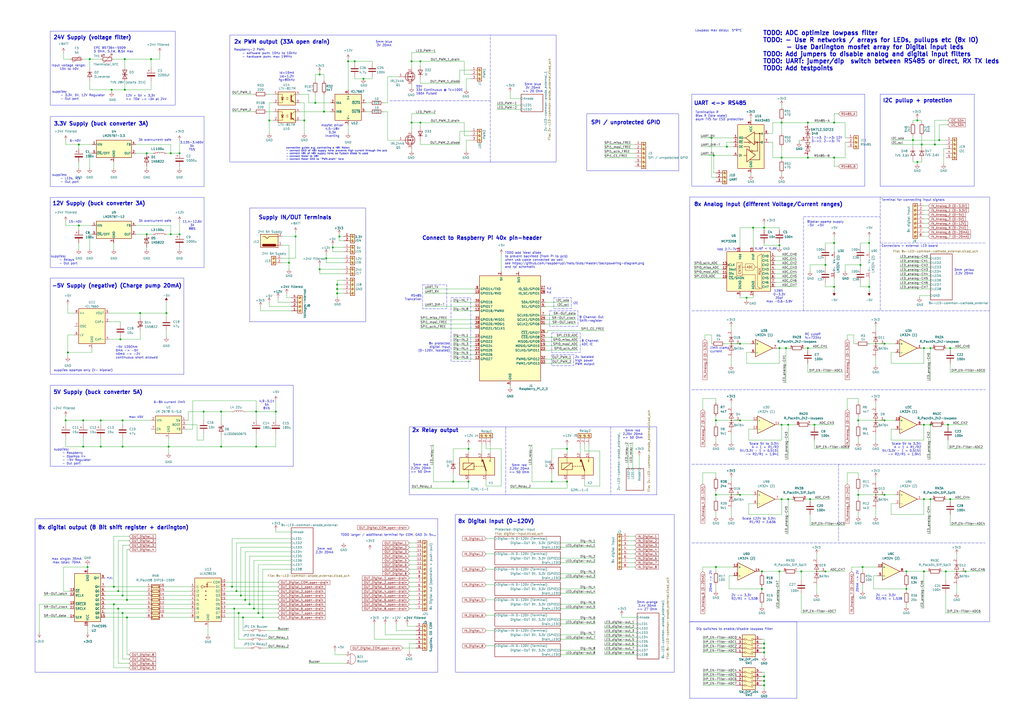
<source format=kicad_sch>
(kicad_sch
	(version 20231120)
	(generator "eeschema")
	(generator_version "8.0")
	(uuid "af4d11a6-73e1-4c39-a25e-5fe7dfa07237")
	(paper "A2")
	
	(junction
		(at 139.7 345.44)
		(diameter 0)
		(color 0 0 0 0)
		(uuid "01a8e618-7e14-4882-9136-a12536116a47")
	)
	(junction
		(at 48.26 259.08)
		(diameter 0)
		(color 0 0 0 0)
		(uuid "04e54955-95ed-4070-adbb-7cee1b2c7a8b")
	)
	(junction
		(at 135.89 353.06)
		(diameter 0)
		(color 0 0 0 0)
		(uuid "05eca1c0-0042-44d8-82a8-b1f48175c33d")
	)
	(junction
		(at 483.87 91.44)
		(diameter 0)
		(color 0 0 0 0)
		(uuid "06f335d7-63de-4572-a20a-022b6c7f93c9")
	)
	(junction
		(at 542.29 83.82)
		(diameter 0)
		(color 0 0 0 0)
		(uuid "072c8fc6-89d0-4715-8ea4-dd9134761f17")
	)
	(junction
		(at 529.59 81.28)
		(diameter 0)
		(color 0 0 0 0)
		(uuid "07823899-5798-4592-8eff-8b1fe5858f30")
	)
	(junction
		(at 210.82 45.72)
		(diameter 0)
		(color 0 0 0 0)
		(uuid "0c7b1ae2-c684-4906-92c2-8dfa0b9613b9")
	)
	(junction
		(at 182.88 59.69)
		(diameter 0)
		(color 0 0 0 0)
		(uuid "0eedc99b-ff42-4961-8286-6066dee5c8fe")
	)
	(junction
		(at 504.19 140.97)
		(diameter 0)
		(color 0 0 0 0)
		(uuid "0f3fa599-affa-44c6-8b85-24ce12db14ea")
	)
	(junction
		(at 66.04 340.36)
		(diameter 0)
		(color 0 0 0 0)
		(uuid "10026633-9ac7-4b72-aa53-10151f42da81")
	)
	(junction
		(at 71.12 243.84)
		(diameter 0)
		(color 0 0 0 0)
		(uuid "105d8991-ac05-4276-b194-5060bc474cf0")
	)
	(junction
		(at 176.53 69.85)
		(diameter 0)
		(color 0 0 0 0)
		(uuid "11580b8b-6675-41d3-b33d-e1ed958eda93")
	)
	(junction
		(at 152.4 358.14)
		(diameter 0)
		(color 0 0 0 0)
		(uuid "119c3b35-4b9f-4318-9220-02559deba15e")
	)
	(junction
		(at 185.42 43.18)
		(diameter 0)
		(color 0 0 0 0)
		(uuid "14ee932b-b4bf-415b-ab21-01e0b930417b")
	)
	(junction
		(at 513.08 243.84)
		(diameter 0)
		(color 0 0 0 0)
		(uuid "14fcd33f-6a27-4b5c-bd8a-16602ae94ce3")
	)
	(junction
		(at 39.37 204.47)
		(diameter 0)
		(color 0 0 0 0)
		(uuid "16107448-b037-4021-a9bb-1fb19d6f36c7")
	)
	(junction
		(at 468.63 71.12)
		(diameter 0)
		(color 0 0 0 0)
		(uuid "1827b75e-5515-4844-a399-117e6918fd73")
	)
	(junction
		(at 532.13 93.98)
		(diameter 0)
		(color 0 0 0 0)
		(uuid "1c476741-4a7f-44e7-a84a-5b0fc50d1df8")
	)
	(junction
		(at 72.39 52.07)
		(diameter 0)
		(color 0 0 0 0)
		(uuid "1ca1e8b3-a925-433d-8b97-4bcdb1b98a40")
	)
	(junction
		(at 483.87 166.37)
		(diameter 0)
		(color 0 0 0 0)
		(uuid "1f83392c-f6f4-4c47-92c7-6541609902a5")
	)
	(junction
		(at 504.19 166.37)
		(diameter 0)
		(color 0 0 0 0)
		(uuid "1ff1815a-ddb0-4907-bed1-18b8fe5665e3")
	)
	(junction
		(at 457.2 246.38)
		(diameter 0)
		(color 0 0 0 0)
		(uuid "209182a8-b4b9-40cd-b5b2-bd90b860e927")
	)
	(junction
		(at 271.78 260.35)
		(diameter 0)
		(color 0 0 0 0)
		(uuid "213f96fc-26d9-4cf1-83bd-f4336ef00b81")
	)
	(junction
		(at 320.04 279.4)
		(diameter 0)
		(color 0 0 0 0)
		(uuid "236f3f4e-76e9-4351-baf1-7665cdb427aa")
	)
	(junction
		(at 144.78 350.52)
		(diameter 0)
		(color 0 0 0 0)
		(uuid "24719f92-8210-4aa7-b4fb-885fcf560860")
	)
	(junction
		(at 128.27 238.76)
		(diameter 0)
		(color 0 0 0 0)
		(uuid "28045595-b22a-4b06-9953-9f52298bbfc3")
	)
	(junction
		(at 238.76 35.56)
		(diameter 0)
		(color 0 0 0 0)
		(uuid "2a544a35-89e9-4403-a76e-deca404b0df4")
	)
	(junction
		(at 453.39 71.12)
		(diameter 0)
		(color 0 0 0 0)
		(uuid "2d47b40e-d23f-458b-8bda-f40f4a63d16c")
	)
	(junction
		(at 457.2 289.56)
		(diameter 0)
		(color 0 0 0 0)
		(uuid "2ec783c1-8b84-46a4-83e0-9e6bdd9d83e1")
	)
	(junction
		(at 415.29 287.02)
		(diameter 0)
		(color 0 0 0 0)
		(uuid "2f3e2706-66a2-4ddc-84d7-d0f87e408bee")
	)
	(junction
		(at 429.26 199.39)
		(diameter 0)
		(color 0 0 0 0)
		(uuid "322a1d28-d972-4b68-a81b-9e541f249074")
	)
	(junction
		(at 52.07 34.29)
		(diameter 0)
		(color 0 0 0 0)
		(uuid "323916cf-5786-4346-bdcd-89c81cb32737")
	)
	(junction
		(at 171.45 137.16)
		(diameter 0)
		(color 0 0 0 0)
		(uuid "36c7ffc8-59d3-497b-8dce-a7b0d2f66aca")
	)
	(junction
		(at 185.42 156.21)
		(diameter 0)
		(color 0 0 0 0)
		(uuid "36d68065-ce7c-4d04-bfc0-73baed985380")
	)
	(junction
		(at 48.26 243.84)
		(diameter 0)
		(color 0 0 0 0)
		(uuid "383ef42e-22d7-43b3-89d3-2af42737728c")
	)
	(junction
		(at 535.94 246.38)
		(diameter 0)
		(color 0 0 0 0)
		(uuid "3ae78f7f-94a6-4485-a6b5-d7ce73e1abef")
	)
	(junction
		(at 513.08 199.39)
		(diameter 0)
		(color 0 0 0 0)
		(uuid "3b4b0fd5-c991-4a1b-b89c-c6b2bfe001ca")
	)
	(junction
		(at 50.8 328.93)
		(diameter 0)
		(color 0 0 0 0)
		(uuid "3c754c5e-b249-46c4-9d05-9f550316aca5")
	)
	(junction
		(at 196.85 137.16)
		(diameter 0)
		(color 0 0 0 0)
		(uuid "4165b357-897a-49f2-9ef7-d976d8e6b00f")
	)
	(junction
		(at 58.42 243.84)
		(diameter 0)
		(color 0 0 0 0)
		(uuid "422bc740-9691-4697-b466-286d91cb40aa")
	)
	(junction
		(at 443.23 132.08)
		(diameter 0)
		(color 0 0 0 0)
		(uuid "42f8f2a2-d4f1-4f85-a7f3-af76fd15f334")
	)
	(junction
		(at 81.28 181.61)
		(diameter 0)
		(color 0 0 0 0)
		(uuid "49b65474-3c4a-461b-8a68-40a6b20540ce")
	)
	(junction
		(at 535.94 201.93)
		(diameter 0)
		(color 0 0 0 0)
		(uuid "4c28afa4-cb18-4457-bfd3-5c53dabd8baa")
	)
	(junction
		(at 66.04 350.52)
		(diameter 0)
		(color 0 0 0 0)
		(uuid "4dd49bce-72c0-4885-aaa1-4fc2ceee5ed9")
	)
	(junction
		(at 433.07 172.72)
		(diameter 0)
		(color 0 0 0 0)
		(uuid "4e57230f-aabe-47d0-b863-f2adc3d1ffe4")
	)
	(junction
		(at 551.18 289.56)
		(diameter 0)
		(color 0 0 0 0)
		(uuid "5350fbf4-d95b-437a-9686-20f0bf58d3a4")
	)
	(junction
		(at 534.67 83.82)
		(diameter 0)
		(color 0 0 0 0)
		(uuid "53d66afe-70cb-456e-9b1b-03e37a30427c")
	)
	(junction
		(at 535.94 289.56)
		(diameter 0)
		(color 0 0 0 0)
		(uuid "5453c15f-3da7-498f-b4d4-eefd4a32800e")
	)
	(junction
		(at 71.12 259.08)
		(diameter 0)
		(color 0 0 0 0)
		(uuid "548e2dfb-04f2-4d21-ab49-d803782e4bea")
	)
	(junction
		(at 478.79 153.67)
		(diameter 0)
		(color 0 0 0 0)
		(uuid "55a82554-799d-4bb3-8181-718182c3900f")
	)
	(junction
		(at 497.84 243.84)
		(diameter 0)
		(color 0 0 0 0)
		(uuid "57a339c8-b411-45ff-a169-a3416d23d890")
	)
	(junction
		(at 328.93 279.4)
		(diameter 0)
		(color 0 0 0 0)
		(uuid "58641e9a-dfea-4a17-a599-d3f20704b922")
	)
	(junction
		(at 104.14 135.89)
		(diameter 0)
		(color 0 0 0 0)
		(uuid "5b0eb3d4-c4be-4d9b-9e7b-ef02c7a05fa6")
	)
	(junction
		(at 535.94 331.47)
		(diameter 0)
		(color 0 0 0 0)
		(uuid "5ebeab69-b597-43d2-ab3a-c72fec21131d")
	)
	(junction
		(at 500.38 328.93)
		(diameter 0)
		(color 0 0 0 0)
		(uuid "5fbe9979-8f7b-4932-9184-a4d03c15d4fe")
	)
	(junction
		(at 472.44 246.38)
		(diameter 0)
		(color 0 0 0 0)
		(uuid "5fd46808-879e-44b8-af18-96d3e87ab16f")
	)
	(junction
		(at 104.14 88.9)
		(diameter 0)
		(color 0 0 0 0)
		(uuid "6030d6cb-547f-4627-bb7a-29b5d50e2d7c")
	)
	(junction
		(at 532.13 69.85)
		(diameter 0)
		(color 0 0 0 0)
		(uuid "60649139-4bdd-472e-9af5-360b27505cfe")
	)
	(junction
		(at 45.72 83.82)
		(diameter 0)
		(color 0 0 0 0)
		(uuid "61300700-7a6f-4cf0-89e3-de24251aaf76")
	)
	(junction
		(at 525.78 331.47)
		(diameter 0)
		(color 0 0 0 0)
		(uuid "67352b46-f9e5-4f25-b773-3d42ff5e5699")
	)
	(junction
		(at 189.23 149.86)
		(diameter 0)
		(color 0 0 0 0)
		(uuid "6cf7d574-f4cc-4d2d-aaa4-333b42743989")
	)
	(junction
		(at 415.29 328.93)
		(diameter 0)
		(color 0 0 0 0)
		(uuid "6e2b59ba-643e-42d5-abe7-fae3afd30e18")
	)
	(junction
		(at 201.93 35.56)
		(diameter 0)
		(color 0 0 0 0)
		(uuid "6f8dae14-e5bb-4ed3-8136-992dd6b276bb")
	)
	(junction
		(at 436.88 132.08)
		(diameter 0)
		(color 0 0 0 0)
		(uuid "71c80c36-cea0-487c-bcb3-ac90e6cf6909")
	)
	(junction
		(at 99.06 135.89)
		(diameter 0)
		(color 0 0 0 0)
		(uuid "72aa6fa5-05f9-4fb4-9b06-f61f0b76719e")
	)
	(junction
		(at 497.84 287.02)
		(diameter 0)
		(color 0 0 0 0)
		(uuid "72cd6455-fb65-4b52-8421-80100f0ddc8f")
	)
	(junction
		(at 68.58 342.9)
		(diameter 0)
		(color 0 0 0 0)
		(uuid "751fb691-f4d4-4afb-8c99-237d44216e6a")
	)
	(junction
		(at 142.24 347.98)
		(diameter 0)
		(color 0 0 0 0)
		(uuid "75331210-328d-4b01-a051-ab734c1e4329")
	)
	(junction
		(at 160.02 238.76)
		(diameter 0)
		(color 0 0 0 0)
		(uuid "75c001cd-17a9-469a-b125-e6fab77c80b6")
	)
	(junction
		(at 452.12 142.24)
		(diameter 0)
		(color 0 0 0 0)
		(uuid "7b6a19d9-d84c-4ace-9ad2-e52657e5669a")
	)
	(junction
		(at 539.75 201.93)
		(diameter 0)
		(color 0 0 0 0)
		(uuid "7c4690e7-c7bf-4226-a178-dc9e53dc51ed")
	)
	(junction
		(at 96.52 181.61)
		(diameter 0)
		(color 0 0 0 0)
		(uuid "7e3134f9-4b48-4e64-b337-949ca5145048")
	)
	(junction
		(at 167.64 152.4)
		(diameter 0)
		(color 0 0 0 0)
		(uuid "7e34b571-ccc5-431c-9beb-4c51058dace2")
	)
	(junction
		(at 441.96 331.47)
		(diameter 0)
		(color 0 0 0 0)
		(uuid "7eee6ae0-e862-4cf5-a20a-077da3b5824a")
	)
	(junction
		(at 468.63 201.93)
		(diameter 0)
		(color 0 0 0 0)
		(uuid "85be4b5b-1dd3-4429-a51f-714f415e4cb3")
	)
	(junction
		(at 513.08 287.02)
		(diameter 0)
		(color 0 0 0 0)
		(uuid "86f80d78-9680-4044-9ea8-382a544e1180")
	)
	(junction
		(at 58.42 259.08)
		(diameter 0)
		(color 0 0 0 0)
		(uuid "8858408f-f194-4c4f-bd3d-5f79bdeb0f2d")
	)
	(junction
		(at 195.58 165.1)
		(diameter 0)
		(color 0 0 0 0)
		(uuid "88c2711e-5b03-40e9-b711-09a368eecd39")
	)
	(junction
		(at 414.02 90.17)
		(diameter 0)
		(color 0 0 0 0)
... [550274 chars truncated]
</source>
